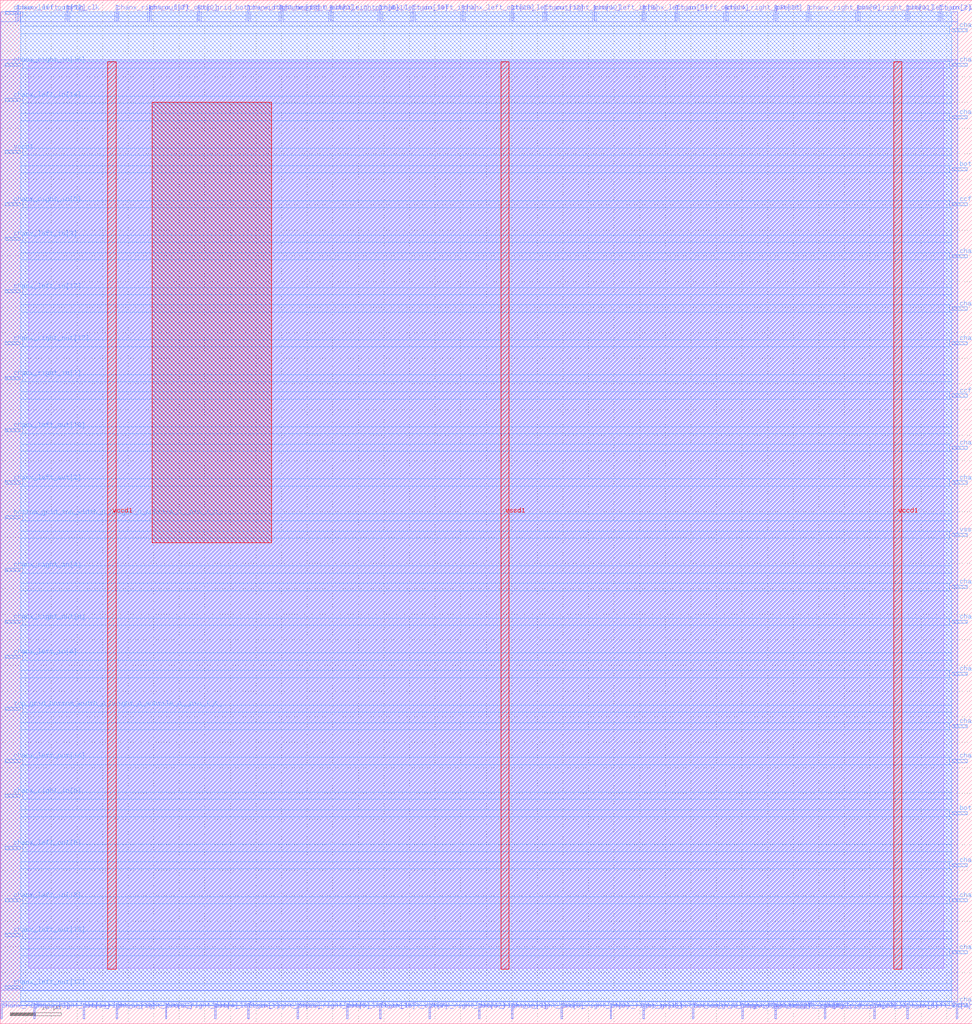
<source format=lef>
VERSION 5.7 ;
  NOWIREEXTENSIONATPIN ON ;
  DIVIDERCHAR "/" ;
  BUSBITCHARS "[]" ;
MACRO cbx_1__1_
  CLASS BLOCK ;
  FOREIGN cbx_1__1_ ;
  ORIGIN 0.000 0.000 ;
  SIZE 190.000 BY 200.000 ;
  PIN bottom_grid_top_width_0_height_0_subtile_0__pin_I_0_
    DIRECTION OUTPUT TRISTATE ;
    USE SIGNAL ;
    PORT
      LAYER met3 ;
        RECT 1.000 98.640 4.000 99.240 ;
    END
  END bottom_grid_top_width_0_height_0_subtile_0__pin_I_0_
  PIN bottom_grid_top_width_0_height_0_subtile_0__pin_I_4_
    DIRECTION OUTPUT TRISTATE ;
    USE SIGNAL ;
    PORT
      LAYER met3 ;
        RECT 186.000 166.640 189.000 167.240 ;
    END
  END bottom_grid_top_width_0_height_0_subtile_0__pin_I_4_
  PIN bottom_grid_top_width_0_height_0_subtile_0__pin_I_8_
    DIRECTION OUTPUT TRISTATE ;
    USE SIGNAL ;
    PORT
      LAYER met3 ;
        RECT 186.000 40.840 189.000 41.440 ;
    END
  END bottom_grid_top_width_0_height_0_subtile_0__pin_I_8_
  PIN bottom_grid_top_width_0_height_0_subtile_0__pin_clk_0_
    DIRECTION OUTPUT TRISTATE ;
    USE SIGNAL ;
    PORT
      LAYER met2 ;
        RECT 135.330 1.000 135.610 4.000 ;
    END
  END bottom_grid_top_width_0_height_0_subtile_0__pin_clk_0_
  PIN ccff_head
    DIRECTION INPUT ;
    USE SIGNAL ;
    PORT
      LAYER met3 ;
        RECT 186.000 159.840 189.000 160.440 ;
    END
  END ccff_head
  PIN ccff_tail
    DIRECTION OUTPUT TRISTATE ;
    USE SIGNAL ;
    PORT
      LAYER met3 ;
        RECT 186.000 122.440 189.000 123.040 ;
    END
  END ccff_tail
  PIN chanx_left_in[0]
    DIRECTION INPUT ;
    USE SIGNAL ;
    PORT
      LAYER met2 ;
        RECT 80.590 196.000 80.870 199.000 ;
    END
  END chanx_left_in[0]
  PIN chanx_left_in[10]
    DIRECTION INPUT ;
    USE SIGNAL ;
    PORT
      LAYER met2 ;
        RECT 74.150 196.000 74.430 199.000 ;
    END
  END chanx_left_in[10]
  PIN chanx_left_in[11]
    DIRECTION INPUT ;
    USE SIGNAL ;
    PORT
      LAYER met3 ;
        RECT 186.000 78.240 189.000 78.840 ;
    END
  END chanx_left_in[11]
  PIN chanx_left_in[12]
    DIRECTION INPUT ;
    USE SIGNAL ;
    PORT
      LAYER met2 ;
        RECT 3.310 196.000 3.590 199.000 ;
    END
  END chanx_left_in[12]
  PIN chanx_left_in[13]
    DIRECTION INPUT ;
    USE SIGNAL ;
    PORT
      LAYER met3 ;
        RECT 1.000 23.840 4.000 24.440 ;
    END
  END chanx_left_in[13]
  PIN chanx_left_in[14]
    DIRECTION INPUT ;
    USE SIGNAL ;
    PORT
      LAYER met3 ;
        RECT 1.000 180.240 4.000 180.840 ;
    END
  END chanx_left_in[14]
  PIN chanx_left_in[15]
    DIRECTION INPUT ;
    USE SIGNAL ;
    PORT
      LAYER met2 ;
        RECT 67.710 1.000 67.990 4.000 ;
    END
  END chanx_left_in[15]
  PIN chanx_left_in[16]
    DIRECTION INPUT ;
    USE SIGNAL ;
    PORT
      LAYER met3 ;
        RECT 186.000 149.640 189.000 150.240 ;
    END
  END chanx_left_in[16]
  PIN chanx_left_in[17]
    DIRECTION INPUT ;
    USE SIGNAL ;
    PORT
      LAYER met3 ;
        RECT 1.000 142.840 4.000 143.440 ;
    END
  END chanx_left_in[17]
  PIN chanx_left_in[18]
    DIRECTION INPUT ;
    USE SIGNAL ;
    PORT
      LAYER met3 ;
        RECT 186.000 132.640 189.000 133.240 ;
    END
  END chanx_left_in[18]
  PIN chanx_left_in[1]
    DIRECTION INPUT ;
    USE SIGNAL ;
    PORT
      LAYER met2 ;
        RECT 41.950 1.000 42.230 4.000 ;
    END
  END chanx_left_in[1]
  PIN chanx_left_in[2]
    DIRECTION INPUT ;
    USE SIGNAL ;
    PORT
      LAYER met2 ;
        RECT 177.190 196.000 177.470 199.000 ;
    END
  END chanx_left_in[2]
  PIN chanx_left_in[3]
    DIRECTION INPUT ;
    USE SIGNAL ;
    PORT
      LAYER met3 ;
        RECT 1.000 153.040 4.000 153.640 ;
    END
  END chanx_left_in[3]
  PIN chanx_left_in[4]
    DIRECTION INPUT ;
    USE SIGNAL ;
    PORT
      LAYER met3 ;
        RECT 1.000 71.440 4.000 72.040 ;
    END
  END chanx_left_in[4]
  PIN chanx_left_in[5]
    DIRECTION INPUT ;
    USE SIGNAL ;
    PORT
      LAYER met2 ;
        RECT 125.670 196.000 125.950 199.000 ;
    END
  END chanx_left_in[5]
  PIN chanx_left_in[6]
    DIRECTION INPUT ;
    USE SIGNAL ;
    PORT
      LAYER met2 ;
        RECT 170.750 1.000 171.030 4.000 ;
    END
  END chanx_left_in[6]
  PIN chanx_left_in[7]
    DIRECTION INPUT ;
    USE SIGNAL ;
    PORT
      LAYER met2 ;
        RECT 177.190 1.000 177.470 4.000 ;
    END
  END chanx_left_in[7]
  PIN chanx_left_in[8]
    DIRECTION INPUT ;
    USE SIGNAL ;
    PORT
      LAYER met2 ;
        RECT 116.010 196.000 116.290 199.000 ;
    END
  END chanx_left_in[8]
  PIN chanx_left_in[9]
    DIRECTION INPUT ;
    USE SIGNAL ;
    PORT
      LAYER met3 ;
        RECT 186.000 139.440 189.000 140.040 ;
    END
  END chanx_left_in[9]
  PIN chanx_left_out[0]
    DIRECTION OUTPUT TRISTATE ;
    USE SIGNAL ;
    PORT
      LAYER met2 ;
        RECT 29.070 196.000 29.350 199.000 ;
    END
  END chanx_left_out[0]
  PIN chanx_left_out[10]
    DIRECTION OUTPUT TRISTATE ;
    USE SIGNAL ;
    PORT
      LAYER met3 ;
        RECT 1.000 115.640 4.000 116.240 ;
    END
  END chanx_left_out[10]
  PIN chanx_left_out[11]
    DIRECTION OUTPUT TRISTATE ;
    USE SIGNAL ;
    PORT
      LAYER met3 ;
        RECT 186.000 85.040 189.000 85.640 ;
    END
  END chanx_left_out[11]
  PIN chanx_left_out[12]
    DIRECTION OUTPUT TRISTATE ;
    USE SIGNAL ;
    PORT
      LAYER met2 ;
        RECT 99.910 196.000 100.190 199.000 ;
    END
  END chanx_left_out[12]
  PIN chanx_left_out[13]
    DIRECTION OUTPUT TRISTATE ;
    USE SIGNAL ;
    PORT
      LAYER met3 ;
        RECT 186.000 23.840 189.000 24.440 ;
    END
  END chanx_left_out[13]
  PIN chanx_left_out[14]
    DIRECTION OUTPUT TRISTATE ;
    USE SIGNAL ;
    PORT
      LAYER met2 ;
        RECT 132.110 196.000 132.390 199.000 ;
    END
  END chanx_left_out[14]
  PIN chanx_left_out[15]
    DIRECTION OUTPUT TRISTATE ;
    USE SIGNAL ;
    PORT
      LAYER met3 ;
        RECT 1.000 17.040 4.000 17.640 ;
    END
  END chanx_left_out[15]
  PIN chanx_left_out[16]
    DIRECTION OUTPUT TRISTATE ;
    USE SIGNAL ;
    PORT
      LAYER met3 ;
        RECT 1.000 51.040 4.000 51.640 ;
    END
  END chanx_left_out[16]
  PIN chanx_left_out[17]
    DIRECTION OUTPUT TRISTATE ;
    USE SIGNAL ;
    PORT
      LAYER met3 ;
        RECT 1.000 6.840 4.000 7.440 ;
    END
  END chanx_left_out[17]
  PIN chanx_left_out[18]
    DIRECTION OUTPUT TRISTATE ;
    USE SIGNAL ;
    PORT
      LAYER met2 ;
        RECT 90.250 196.000 90.530 199.000 ;
    END
  END chanx_left_out[18]
  PIN chanx_left_out[1]
    DIRECTION OUTPUT TRISTATE ;
    USE SIGNAL ;
    PORT
      LAYER met3 ;
        RECT 186.000 193.840 189.000 194.440 ;
    END
  END chanx_left_out[1]
  PIN chanx_left_out[2]
    DIRECTION OUTPUT TRISTATE ;
    USE SIGNAL ;
    PORT
      LAYER met3 ;
        RECT 1.000 105.440 4.000 106.040 ;
    END
  END chanx_left_out[2]
  PIN chanx_left_out[3]
    DIRECTION OUTPUT TRISTATE ;
    USE SIGNAL ;
    PORT
      LAYER met3 ;
        RECT 186.000 3.440 189.000 4.040 ;
    END
  END chanx_left_out[3]
  PIN chanx_left_out[4]
    DIRECTION OUTPUT TRISTATE ;
    USE SIGNAL ;
    PORT
      LAYER met3 ;
        RECT 186.000 68.040 189.000 68.640 ;
    END
  END chanx_left_out[4]
  PIN chanx_left_out[5]
    DIRECTION OUTPUT TRISTATE ;
    USE SIGNAL ;
    PORT
      LAYER met3 ;
        RECT 1.000 197.240 4.000 197.840 ;
    END
  END chanx_left_out[5]
  PIN chanx_left_out[6]
    DIRECTION OUTPUT TRISTATE ;
    USE SIGNAL ;
    PORT
      LAYER met2 ;
        RECT 151.430 1.000 151.710 4.000 ;
    END
  END chanx_left_out[6]
  PIN chanx_left_out[7]
    DIRECTION OUTPUT TRISTATE ;
    USE SIGNAL ;
    PORT
      LAYER met2 ;
        RECT 74.150 1.000 74.430 4.000 ;
    END
  END chanx_left_out[7]
  PIN chanx_left_out[8]
    DIRECTION OUTPUT TRISTATE ;
    USE SIGNAL ;
    PORT
      LAYER met3 ;
        RECT 1.000 34.040 4.000 34.640 ;
    END
  END chanx_left_out[8]
  PIN chanx_left_out[9]
    DIRECTION OUTPUT TRISTATE ;
    USE SIGNAL ;
    PORT
      LAYER met3 ;
        RECT 186.000 176.840 189.000 177.440 ;
    END
  END chanx_left_out[9]
  PIN chanx_right_in[0]
    DIRECTION INPUT ;
    USE SIGNAL ;
    PORT
      LAYER met3 ;
        RECT 1.000 44.240 4.000 44.840 ;
    END
  END chanx_right_in[0]
  PIN chanx_right_in[10]
    DIRECTION INPUT ;
    USE SIGNAL ;
    PORT
      LAYER met2 ;
        RECT 16.190 1.000 16.470 4.000 ;
    END
  END chanx_right_in[10]
  PIN chanx_right_in[11]
    DIRECTION INPUT ;
    USE SIGNAL ;
    PORT
      LAYER met2 ;
        RECT 48.390 1.000 48.670 4.000 ;
    END
  END chanx_right_in[11]
  PIN chanx_right_in[12]
    DIRECTION INPUT ;
    USE SIGNAL ;
    PORT
      LAYER met2 ;
        RECT 161.090 1.000 161.370 4.000 ;
    END
  END chanx_right_in[12]
  PIN chanx_right_in[13]
    DIRECTION INPUT ;
    USE SIGNAL ;
    PORT
      LAYER met3 ;
        RECT 186.000 57.840 189.000 58.440 ;
    END
  END chanx_right_in[13]
  PIN chanx_right_in[14]
    DIRECTION INPUT ;
    USE SIGNAL ;
    PORT
      LAYER met3 ;
        RECT 186.000 30.640 189.000 31.240 ;
    END
  END chanx_right_in[14]
  PIN chanx_right_in[15]
    DIRECTION INPUT ;
    USE SIGNAL ;
    PORT
      LAYER met2 ;
        RECT 119.230 1.000 119.510 4.000 ;
    END
  END chanx_right_in[15]
  PIN chanx_right_in[16]
    DIRECTION INPUT ;
    USE SIGNAL ;
    PORT
      LAYER met3 ;
        RECT 1.000 187.040 4.000 187.640 ;
    END
  END chanx_right_in[16]
  PIN chanx_right_in[17]
    DIRECTION INPUT ;
    USE SIGNAL ;
    PORT
      LAYER met2 ;
        RECT 186.850 1.000 187.130 4.000 ;
    END
  END chanx_right_in[17]
  PIN chanx_right_in[18]
    DIRECTION INPUT ;
    USE SIGNAL ;
    PORT
      LAYER met2 ;
        RECT 48.390 196.000 48.670 199.000 ;
    END
  END chanx_right_in[18]
  PIN chanx_right_in[1]
    DIRECTION INPUT ;
    USE SIGNAL ;
    PORT
      LAYER met3 ;
        RECT 186.000 51.040 189.000 51.640 ;
    END
  END chanx_right_in[1]
  PIN chanx_right_in[2]
    DIRECTION INPUT ;
    USE SIGNAL ;
    PORT
      LAYER met3 ;
        RECT 1.000 125.840 4.000 126.440 ;
    END
  END chanx_right_in[2]
  PIN chanx_right_in[3]
    DIRECTION INPUT ;
    USE SIGNAL ;
    PORT
      LAYER met2 ;
        RECT 144.990 1.000 145.270 4.000 ;
    END
  END chanx_right_in[3]
  PIN chanx_right_in[4]
    DIRECTION INPUT ;
    USE SIGNAL ;
    PORT
      LAYER met3 ;
        RECT 1.000 88.440 4.000 89.040 ;
    END
  END chanx_right_in[4]
  PIN chanx_right_in[5]
    DIRECTION INPUT ;
    USE SIGNAL ;
    PORT
      LAYER met3 ;
        RECT 1.000 159.840 4.000 160.440 ;
    END
  END chanx_right_in[5]
  PIN chanx_right_in[6]
    DIRECTION INPUT ;
    USE SIGNAL ;
    PORT
      LAYER met2 ;
        RECT 64.490 196.000 64.770 199.000 ;
    END
  END chanx_right_in[6]
  PIN chanx_right_in[7]
    DIRECTION INPUT ;
    USE SIGNAL ;
    PORT
      LAYER met2 ;
        RECT 93.470 1.000 93.750 4.000 ;
    END
  END chanx_right_in[7]
  PIN chanx_right_in[8]
    DIRECTION INPUT ;
    USE SIGNAL ;
    PORT
      LAYER met2 ;
        RECT 0.090 1.000 0.370 4.000 ;
    END
  END chanx_right_in[8]
  PIN chanx_right_in[9]
    DIRECTION INPUT ;
    USE SIGNAL ;
    PORT
      LAYER met2 ;
        RECT 109.570 1.000 109.850 4.000 ;
    END
  END chanx_right_in[9]
  PIN chanx_right_out[0]
    DIRECTION OUTPUT TRISTATE ;
    USE SIGNAL ;
    PORT
      LAYER met2 ;
        RECT 54.830 196.000 55.110 199.000 ;
    END
  END chanx_right_out[0]
  PIN chanx_right_out[10]
    DIRECTION OUTPUT TRISTATE ;
    USE SIGNAL ;
    PORT
      LAYER met2 ;
        RECT 106.350 196.000 106.630 199.000 ;
    END
  END chanx_right_out[10]
  PIN chanx_right_out[11]
    DIRECTION OUTPUT TRISTATE ;
    USE SIGNAL ;
    PORT
      LAYER met2 ;
        RECT 167.530 196.000 167.810 199.000 ;
    END
  END chanx_right_out[11]
  PIN chanx_right_out[12]
    DIRECTION OUTPUT TRISTATE ;
    USE SIGNAL ;
    PORT
      LAYER met3 ;
        RECT 1.000 132.640 4.000 133.240 ;
    END
  END chanx_right_out[12]
  PIN chanx_right_out[13]
    DIRECTION OUTPUT TRISTATE ;
    USE SIGNAL ;
    PORT
      LAYER met2 ;
        RECT 22.630 1.000 22.910 4.000 ;
    END
  END chanx_right_out[13]
  PIN chanx_right_out[14]
    DIRECTION OUTPUT TRISTATE ;
    USE SIGNAL ;
    PORT
      LAYER met2 ;
        RECT 6.530 1.000 6.810 4.000 ;
    END
  END chanx_right_out[14]
  PIN chanx_right_out[15]
    DIRECTION OUTPUT TRISTATE ;
    USE SIGNAL ;
    PORT
      LAYER met2 ;
        RECT 183.630 196.000 183.910 199.000 ;
    END
  END chanx_right_out[15]
  PIN chanx_right_out[16]
    DIRECTION OUTPUT TRISTATE ;
    USE SIGNAL ;
    PORT
      LAYER met2 ;
        RECT 141.770 196.000 142.050 199.000 ;
    END
  END chanx_right_out[16]
  PIN chanx_right_out[17]
    DIRECTION OUTPUT TRISTATE ;
    USE SIGNAL ;
    PORT
      LAYER met2 ;
        RECT 83.810 1.000 84.090 4.000 ;
    END
  END chanx_right_out[17]
  PIN chanx_right_out[18]
    DIRECTION OUTPUT TRISTATE ;
    USE SIGNAL ;
    PORT
      LAYER met3 ;
        RECT 186.000 187.040 189.000 187.640 ;
    END
  END chanx_right_out[18]
  PIN chanx_right_out[1]
    DIRECTION OUTPUT TRISTATE ;
    USE SIGNAL ;
    PORT
      LAYER met3 ;
        RECT 186.000 13.640 189.000 14.240 ;
    END
  END chanx_right_out[1]
  PIN chanx_right_out[2]
    DIRECTION OUTPUT TRISTATE ;
    USE SIGNAL ;
    PORT
      LAYER met2 ;
        RECT 22.630 196.000 22.910 199.000 ;
    END
  END chanx_right_out[2]
  PIN chanx_right_out[3]
    DIRECTION OUTPUT TRISTATE ;
    USE SIGNAL ;
    PORT
      LAYER met3 ;
        RECT 186.000 105.440 189.000 106.040 ;
    END
  END chanx_right_out[3]
  PIN chanx_right_out[4]
    DIRECTION OUTPUT TRISTATE ;
    USE SIGNAL ;
    PORT
      LAYER met2 ;
        RECT 32.290 1.000 32.570 4.000 ;
    END
  END chanx_right_out[4]
  PIN chanx_right_out[5]
    DIRECTION OUTPUT TRISTATE ;
    USE SIGNAL ;
    PORT
      LAYER met2 ;
        RECT 58.050 1.000 58.330 4.000 ;
    END
  END chanx_right_out[5]
  PIN chanx_right_out[6]
    DIRECTION OUTPUT TRISTATE ;
    USE SIGNAL ;
    PORT
      LAYER met3 ;
        RECT 1.000 78.240 4.000 78.840 ;
    END
  END chanx_right_out[6]
  PIN chanx_right_out[7]
    DIRECTION OUTPUT TRISTATE ;
    USE SIGNAL ;
    PORT
      LAYER met3 ;
        RECT 186.000 112.240 189.000 112.840 ;
    END
  END chanx_right_out[7]
  PIN chanx_right_out[8]
    DIRECTION OUTPUT TRISTATE ;
    USE SIGNAL ;
    PORT
      LAYER met2 ;
        RECT 99.910 1.000 100.190 4.000 ;
    END
  END chanx_right_out[8]
  PIN chanx_right_out[9]
    DIRECTION OUTPUT TRISTATE ;
    USE SIGNAL ;
    PORT
      LAYER met2 ;
        RECT 157.870 196.000 158.150 199.000 ;
    END
  END chanx_right_out[9]
  PIN pReset
    DIRECTION INPUT ;
    USE SIGNAL ;
    PORT
      LAYER met2 ;
        RECT 151.430 196.000 151.710 199.000 ;
    END
  END pReset
  PIN prog_clk
    DIRECTION INPUT ;
    USE SIGNAL ;
    PORT
      LAYER met2 ;
        RECT 12.970 196.000 13.250 199.000 ;
    END
  END prog_clk
  PIN top_grid_bottom_width_0_height_0_subtile_0__pin_I_10_
    DIRECTION OUTPUT TRISTATE ;
    USE SIGNAL ;
    PORT
      LAYER met2 ;
        RECT 38.730 196.000 39.010 199.000 ;
    END
  END top_grid_bottom_width_0_height_0_subtile_0__pin_I_10_
  PIN top_grid_bottom_width_0_height_0_subtile_0__pin_I_2_
    DIRECTION OUTPUT TRISTATE ;
    USE SIGNAL ;
    PORT
      LAYER met2 ;
        RECT 125.670 1.000 125.950 4.000 ;
    END
  END top_grid_bottom_width_0_height_0_subtile_0__pin_I_2_
  PIN top_grid_bottom_width_0_height_0_subtile_0__pin_I_6_
    DIRECTION OUTPUT TRISTATE ;
    USE SIGNAL ;
    PORT
      LAYER met3 ;
        RECT 1.000 61.240 4.000 61.840 ;
    END
  END top_grid_bottom_width_0_height_0_subtile_0__pin_I_6_
  PIN vccd1
    DIRECTION INOUT ;
    USE SIGNAL ;
    PORT
      LAYER met3 ;
        RECT 1.000 170.040 4.000 170.640 ;
    END
    PORT
      LAYER met4 ;
        RECT 21.040 10.640 22.640 187.920 ;
    END
    PORT
      LAYER met4 ;
        RECT 174.640 10.640 176.240 187.920 ;
    END
  END vccd1
  PIN vssd1
    DIRECTION INOUT ;
    USE SIGNAL ;
    PORT
      LAYER met3 ;
        RECT 186.000 95.240 189.000 95.840 ;
    END
    PORT
      LAYER met4 ;
        RECT 97.840 10.640 99.440 187.920 ;
    END
  END vssd1
  OBS
      LAYER li1 ;
        RECT 5.520 10.795 184.460 187.765 ;
      LAYER met1 ;
        RECT 0.070 6.500 187.150 188.320 ;
      LAYER met2 ;
        RECT 0.100 195.720 3.030 197.725 ;
        RECT 3.870 195.720 12.690 197.725 ;
        RECT 13.530 195.720 22.350 197.725 ;
        RECT 23.190 195.720 28.790 197.725 ;
        RECT 29.630 195.720 38.450 197.725 ;
        RECT 39.290 195.720 48.110 197.725 ;
        RECT 48.950 195.720 54.550 197.725 ;
        RECT 55.390 195.720 64.210 197.725 ;
        RECT 65.050 195.720 73.870 197.725 ;
        RECT 74.710 195.720 80.310 197.725 ;
        RECT 81.150 195.720 89.970 197.725 ;
        RECT 90.810 195.720 99.630 197.725 ;
        RECT 100.470 195.720 106.070 197.725 ;
        RECT 106.910 195.720 115.730 197.725 ;
        RECT 116.570 195.720 125.390 197.725 ;
        RECT 126.230 195.720 131.830 197.725 ;
        RECT 132.670 195.720 141.490 197.725 ;
        RECT 142.330 195.720 151.150 197.725 ;
        RECT 151.990 195.720 157.590 197.725 ;
        RECT 158.430 195.720 167.250 197.725 ;
        RECT 168.090 195.720 176.910 197.725 ;
        RECT 177.750 195.720 183.350 197.725 ;
        RECT 184.190 195.720 187.120 197.725 ;
        RECT 0.100 4.280 187.120 195.720 ;
        RECT 0.650 3.555 6.250 4.280 ;
        RECT 7.090 3.555 15.910 4.280 ;
        RECT 16.750 3.555 22.350 4.280 ;
        RECT 23.190 3.555 32.010 4.280 ;
        RECT 32.850 3.555 41.670 4.280 ;
        RECT 42.510 3.555 48.110 4.280 ;
        RECT 48.950 3.555 57.770 4.280 ;
        RECT 58.610 3.555 67.430 4.280 ;
        RECT 68.270 3.555 73.870 4.280 ;
        RECT 74.710 3.555 83.530 4.280 ;
        RECT 84.370 3.555 93.190 4.280 ;
        RECT 94.030 3.555 99.630 4.280 ;
        RECT 100.470 3.555 109.290 4.280 ;
        RECT 110.130 3.555 118.950 4.280 ;
        RECT 119.790 3.555 125.390 4.280 ;
        RECT 126.230 3.555 135.050 4.280 ;
        RECT 135.890 3.555 144.710 4.280 ;
        RECT 145.550 3.555 151.150 4.280 ;
        RECT 151.990 3.555 160.810 4.280 ;
        RECT 161.650 3.555 170.470 4.280 ;
        RECT 171.310 3.555 176.910 4.280 ;
        RECT 177.750 3.555 186.570 4.280 ;
      LAYER met3 ;
        RECT 4.400 196.840 186.000 197.705 ;
        RECT 4.000 194.840 186.000 196.840 ;
        RECT 4.000 193.440 185.600 194.840 ;
        RECT 4.000 188.040 186.000 193.440 ;
        RECT 4.400 186.640 185.600 188.040 ;
        RECT 4.000 181.240 186.000 186.640 ;
        RECT 4.400 179.840 186.000 181.240 ;
        RECT 4.000 177.840 186.000 179.840 ;
        RECT 4.000 176.440 185.600 177.840 ;
        RECT 4.000 171.040 186.000 176.440 ;
        RECT 4.400 169.640 186.000 171.040 ;
        RECT 4.000 167.640 186.000 169.640 ;
        RECT 4.000 166.240 185.600 167.640 ;
        RECT 4.000 160.840 186.000 166.240 ;
        RECT 4.400 159.440 185.600 160.840 ;
        RECT 4.000 154.040 186.000 159.440 ;
        RECT 4.400 152.640 186.000 154.040 ;
        RECT 4.000 150.640 186.000 152.640 ;
        RECT 4.000 149.240 185.600 150.640 ;
        RECT 4.000 143.840 186.000 149.240 ;
        RECT 4.400 142.440 186.000 143.840 ;
        RECT 4.000 140.440 186.000 142.440 ;
        RECT 4.000 139.040 185.600 140.440 ;
        RECT 4.000 133.640 186.000 139.040 ;
        RECT 4.400 132.240 185.600 133.640 ;
        RECT 4.000 126.840 186.000 132.240 ;
        RECT 4.400 125.440 186.000 126.840 ;
        RECT 4.000 123.440 186.000 125.440 ;
        RECT 4.000 122.040 185.600 123.440 ;
        RECT 4.000 116.640 186.000 122.040 ;
        RECT 4.400 115.240 186.000 116.640 ;
        RECT 4.000 113.240 186.000 115.240 ;
        RECT 4.000 111.840 185.600 113.240 ;
        RECT 4.000 106.440 186.000 111.840 ;
        RECT 4.400 105.040 185.600 106.440 ;
        RECT 4.000 99.640 186.000 105.040 ;
        RECT 4.400 98.240 186.000 99.640 ;
        RECT 4.000 96.240 186.000 98.240 ;
        RECT 4.000 94.840 185.600 96.240 ;
        RECT 4.000 89.440 186.000 94.840 ;
        RECT 4.400 88.040 186.000 89.440 ;
        RECT 4.000 86.040 186.000 88.040 ;
        RECT 4.000 84.640 185.600 86.040 ;
        RECT 4.000 79.240 186.000 84.640 ;
        RECT 4.400 77.840 185.600 79.240 ;
        RECT 4.000 72.440 186.000 77.840 ;
        RECT 4.400 71.040 186.000 72.440 ;
        RECT 4.000 69.040 186.000 71.040 ;
        RECT 4.000 67.640 185.600 69.040 ;
        RECT 4.000 62.240 186.000 67.640 ;
        RECT 4.400 60.840 186.000 62.240 ;
        RECT 4.000 58.840 186.000 60.840 ;
        RECT 4.000 57.440 185.600 58.840 ;
        RECT 4.000 52.040 186.000 57.440 ;
        RECT 4.400 50.640 185.600 52.040 ;
        RECT 4.000 45.240 186.000 50.640 ;
        RECT 4.400 43.840 186.000 45.240 ;
        RECT 4.000 41.840 186.000 43.840 ;
        RECT 4.000 40.440 185.600 41.840 ;
        RECT 4.000 35.040 186.000 40.440 ;
        RECT 4.400 33.640 186.000 35.040 ;
        RECT 4.000 31.640 186.000 33.640 ;
        RECT 4.000 30.240 185.600 31.640 ;
        RECT 4.000 24.840 186.000 30.240 ;
        RECT 4.400 23.440 185.600 24.840 ;
        RECT 4.000 18.040 186.000 23.440 ;
        RECT 4.400 16.640 186.000 18.040 ;
        RECT 4.000 14.640 186.000 16.640 ;
        RECT 4.000 13.240 185.600 14.640 ;
        RECT 4.000 7.840 186.000 13.240 ;
        RECT 4.400 6.440 186.000 7.840 ;
        RECT 4.000 4.440 186.000 6.440 ;
        RECT 4.000 3.575 185.600 4.440 ;
      LAYER met4 ;
        RECT 29.735 94.015 53.065 180.025 ;
  END
END cbx_1__1_
END LIBRARY


</source>
